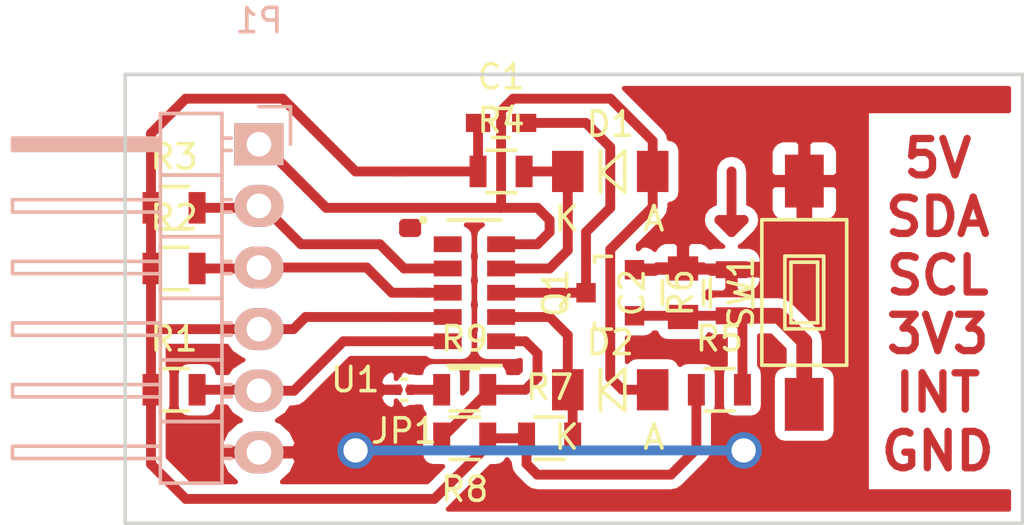
<source format=kicad_pcb>
(kicad_pcb (version 4) (host pcbnew 4.0.2-4+6225~38~ubuntu14.04.1-stable)

  (general
    (links 36)
    (no_connects 0)
    (area 132.924999 124.424999 170.075001 143.075001)
    (thickness 1.6)
    (drawings 5)
    (tracks 128)
    (zones 0)
    (modules 18)
    (nets 14)
  )

  (page A4)
  (layers
    (0 F.Cu signal)
    (31 B.Cu signal)
    (32 B.Adhes user)
    (33 F.Adhes user)
    (34 B.Paste user)
    (35 F.Paste user)
    (36 B.SilkS user)
    (37 F.SilkS user)
    (38 B.Mask user)
    (39 F.Mask user)
    (40 Dwgs.User user)
    (41 Cmts.User user)
    (42 Eco1.User user)
    (43 Eco2.User user)
    (44 Edge.Cuts user)
    (45 Margin user)
    (46 B.CrtYd user)
    (47 F.CrtYd user)
    (48 B.Fab user)
    (49 F.Fab user)
  )

  (setup
    (last_trace_width 0.4064)
    (user_trace_width 0.65)
    (trace_clearance 0.1)
    (zone_clearance 0.4)
    (zone_45_only no)
    (trace_min 0.2)
    (segment_width 0.2)
    (edge_width 0.15)
    (via_size 1.5)
    (via_drill 1)
    (via_min_size 0.4)
    (via_min_drill 0.3)
    (uvia_size 0.3)
    (uvia_drill 0.1)
    (uvias_allowed no)
    (uvia_min_size 0.2)
    (uvia_min_drill 0.1)
    (pcb_text_width 0.3)
    (pcb_text_size 1.5 1.5)
    (mod_edge_width 0.15)
    (mod_text_size 1 1)
    (mod_text_width 0.15)
    (pad_size 1 0.75)
    (pad_drill 0)
    (pad_to_mask_clearance 0.2)
    (aux_axis_origin 0 0)
    (visible_elements FFFFFF7F)
    (pcbplotparams
      (layerselection 0x00030_80000001)
      (usegerberextensions false)
      (excludeedgelayer true)
      (linewidth 0.100000)
      (plotframeref false)
      (viasonmask false)
      (mode 1)
      (useauxorigin false)
      (hpglpennumber 1)
      (hpglpenspeed 20)
      (hpglpendiameter 15)
      (hpglpenoverlay 2)
      (psnegative false)
      (psa4output false)
      (plotreference true)
      (plotvalue true)
      (plotinvisibletext false)
      (padsonsilk false)
      (subtractmaskfromsilk false)
      (outputformat 1)
      (mirror false)
      (drillshape 1)
      (scaleselection 1)
      (outputdirectory ""))
  )

  (net 0 "")
  (net 1 +3V3)
  (net 2 GND)
  (net 3 "Net-(C2-Pad1)")
  (net 4 "Net-(D1-Pad1)")
  (net 5 +5V)
  (net 6 "Net-(D2-Pad1)")
  (net 7 "Net-(JP1-Pad1)")
  (net 8 "Net-(P1-Pad2)")
  (net 9 "Net-(P1-Pad5)")
  (net 10 "Net-(R8-Pad2)")
  (net 11 "Net-(P1-Pad3)")
  (net 12 "Net-(U1-Pad1)")
  (net 13 "Net-(C1-Pad2)")

  (net_class Default "This is the default net class."
    (clearance 0.1)
    (trace_width 0.4064)
    (via_dia 1.5)
    (via_drill 1)
    (uvia_dia 0.3)
    (uvia_drill 0.1)
    (add_net +3V3)
    (add_net +5V)
    (add_net GND)
    (add_net "Net-(C1-Pad2)")
    (add_net "Net-(C2-Pad1)")
    (add_net "Net-(D1-Pad1)")
    (add_net "Net-(D2-Pad1)")
    (add_net "Net-(JP1-Pad1)")
    (add_net "Net-(P1-Pad2)")
    (add_net "Net-(P1-Pad3)")
    (add_net "Net-(P1-Pad5)")
    (add_net "Net-(R8-Pad2)")
    (add_net "Net-(U1-Pad1)")
  )

  (module Capacitors_SMD:C_0603_HandSoldering placed (layer F.Cu) (tedit 571E5A8D) (tstamp 571E495E)
    (at 257.5 143)
    (descr "Capacitor SMD 0603, hand soldering")
    (tags "capacitor 0603")
    (path /571E753C)
    (attr smd)
    (fp_text reference C1 (at 0 -1.9) (layer F.SilkS)
      (effects (font (size 1 1) (thickness 0.15)))
    )
    (fp_text value 100n (at 0 1.9) (layer F.Fab)
      (effects (font (size 1 1) (thickness 0.15)))
    )
    (fp_line (start -1.85 -0.75) (end 1.85 -0.75) (layer F.CrtYd) (width 0.05))
    (fp_line (start -1.85 0.75) (end 1.85 0.75) (layer F.CrtYd) (width 0.05))
    (fp_line (start -1.85 -0.75) (end -1.85 0.75) (layer F.CrtYd) (width 0.05))
    (fp_line (start 1.85 -0.75) (end 1.85 0.75) (layer F.CrtYd) (width 0.05))
    (fp_line (start -0.35 -0.6) (end 0.35 -0.6) (layer F.SilkS) (width 0.15))
    (fp_line (start 0.35 0.6) (end -0.35 0.6) (layer F.SilkS) (width 0.15))
    (pad 1 smd rect (at -0.95 0) (size 1 0.75) (layers F.Cu F.Paste F.Mask)
      (net 1 +3V3))
    (pad 2 smd rect (at 0.95 0) (size 1 0.75) (layers F.Cu F.Paste F.Mask)
      (net 13 "Net-(C1-Pad2)"))
    (model Capacitors_SMD.3dshapes/C_0603_HandSoldering.wrl
      (at (xyz 0 0 0))
      (scale (xyz 1 1 1))
      (rotate (xyz 0 0 0))
    )
  )

  (module Diodes_SMD:MiniMELF_Standard placed (layer F.Cu) (tedit 55364937) (tstamp 571E496A)
    (at 262 145)
    (descr "Diode Mini-MELF Standard")
    (tags "Diode Mini-MELF Standard")
    (path /571E4110)
    (attr smd)
    (fp_text reference D1 (at 0 -1.95) (layer F.SilkS)
      (effects (font (size 1 1) (thickness 0.15)))
    )
    (fp_text value LED (at 0 3.81) (layer F.Fab)
      (effects (font (size 1 1) (thickness 0.15)))
    )
    (fp_line (start -2.55 -1) (end 2.55 -1) (layer F.CrtYd) (width 0.05))
    (fp_line (start 2.55 -1) (end 2.55 1) (layer F.CrtYd) (width 0.05))
    (fp_line (start 2.55 1) (end -2.55 1) (layer F.CrtYd) (width 0.05))
    (fp_line (start -2.55 1) (end -2.55 -1) (layer F.CrtYd) (width 0.05))
    (fp_line (start -0.40024 0.0508) (end 0.60052 -0.85) (layer F.SilkS) (width 0.15))
    (fp_line (start 0.60052 -0.85) (end 0.60052 0.85) (layer F.SilkS) (width 0.15))
    (fp_line (start 0.60052 0.85) (end -0.40024 0) (layer F.SilkS) (width 0.15))
    (fp_line (start -0.40024 -0.85) (end -0.40024 0.85) (layer F.SilkS) (width 0.15))
    (fp_text user K (at -1.8 1.95) (layer F.SilkS)
      (effects (font (size 1 1) (thickness 0.15)))
    )
    (fp_text user A (at 1.8 1.95) (layer F.SilkS)
      (effects (font (size 1 1) (thickness 0.15)))
    )
    (fp_circle (center 0 0) (end 0 0.55118) (layer F.Adhes) (width 0.381))
    (fp_circle (center 0 0) (end 0 0.20066) (layer F.Adhes) (width 0.381))
    (pad 1 smd rect (at -1.75006 0) (size 1.30048 1.69926) (layers F.Cu F.Paste F.Mask)
      (net 4 "Net-(D1-Pad1)"))
    (pad 2 smd rect (at 1.75006 0) (size 1.30048 1.69926) (layers F.Cu F.Paste F.Mask)
      (net 5 +5V))
    (model Diodes_SMD.3dshapes/MiniMELF_Standard.wrl
      (at (xyz 0 0 0))
      (scale (xyz 0.3937 0.3937 0.3937))
      (rotate (xyz 0 0 0))
    )
  )

  (module Diodes_SMD:MiniMELF_Standard placed (layer F.Cu) (tedit 55364937) (tstamp 571E4970)
    (at 262 154)
    (descr "Diode Mini-MELF Standard")
    (tags "Diode Mini-MELF Standard")
    (path /571E43D5)
    (attr smd)
    (fp_text reference D2 (at 0 -1.95) (layer F.SilkS)
      (effects (font (size 1 1) (thickness 0.15)))
    )
    (fp_text value LED (at 0 3.81) (layer F.Fab)
      (effects (font (size 1 1) (thickness 0.15)))
    )
    (fp_line (start -2.55 -1) (end 2.55 -1) (layer F.CrtYd) (width 0.05))
    (fp_line (start 2.55 -1) (end 2.55 1) (layer F.CrtYd) (width 0.05))
    (fp_line (start 2.55 1) (end -2.55 1) (layer F.CrtYd) (width 0.05))
    (fp_line (start -2.55 1) (end -2.55 -1) (layer F.CrtYd) (width 0.05))
    (fp_line (start -0.40024 0.0508) (end 0.60052 -0.85) (layer F.SilkS) (width 0.15))
    (fp_line (start 0.60052 -0.85) (end 0.60052 0.85) (layer F.SilkS) (width 0.15))
    (fp_line (start 0.60052 0.85) (end -0.40024 0) (layer F.SilkS) (width 0.15))
    (fp_line (start -0.40024 -0.85) (end -0.40024 0.85) (layer F.SilkS) (width 0.15))
    (fp_text user K (at -1.8 1.95) (layer F.SilkS)
      (effects (font (size 1 1) (thickness 0.15)))
    )
    (fp_text user A (at 1.8 1.95) (layer F.SilkS)
      (effects (font (size 1 1) (thickness 0.15)))
    )
    (fp_circle (center 0 0) (end 0 0.55118) (layer F.Adhes) (width 0.381))
    (fp_circle (center 0 0) (end 0 0.20066) (layer F.Adhes) (width 0.381))
    (pad 1 smd rect (at -1.75006 0) (size 1.30048 1.69926) (layers F.Cu F.Paste F.Mask)
      (net 6 "Net-(D2-Pad1)"))
    (pad 2 smd rect (at 1.75006 0) (size 1.30048 1.69926) (layers F.Cu F.Paste F.Mask)
      (net 5 +5V))
    (model Diodes_SMD.3dshapes/MiniMELF_Standard.wrl
      (at (xyz 0 0 0))
      (scale (xyz 0.3937 0.3937 0.3937))
      (rotate (xyz 0 0 0))
    )
  )

  (module Resistors_SMD:R_0201 placed (layer F.Cu) (tedit 571E52C5) (tstamp 571E4976)
    (at 253.5 154 180)
    (descr "Resistor SMD 0201, reflow soldering, Vishay (see crcw0201e3.pdf)")
    (tags "resistor 0201")
    (path /571E5032)
    (attr smd)
    (fp_text reference JP1 (at 0 -1.7 180) (layer F.SilkS)
      (effects (font (size 1 1) (thickness 0.15)))
    )
    (fp_text value Jumper_NO_Small (at 0 1.7 180) (layer F.Fab)
      (effects (font (size 1 1) (thickness 0.15)))
    )
    (fp_line (start -0.65 -0.55) (end 0.65 -0.55) (layer F.CrtYd) (width 0.05))
    (fp_line (start -0.65 0.55) (end 0.65 0.55) (layer F.CrtYd) (width 0.05))
    (fp_line (start -0.65 -0.55) (end -0.65 0.55) (layer F.CrtYd) (width 0.05))
    (fp_line (start 0.65 -0.55) (end 0.65 0.55) (layer F.CrtYd) (width 0.05))
    (fp_line (start 0.115 -0.44) (end -0.115 -0.44) (layer F.SilkS) (width 0.15))
    (fp_line (start -0.115 0.44) (end 0.115 0.44) (layer F.SilkS) (width 0.15))
    (pad 1 smd rect (at -0.255 0 180) (size 0.28 0.43) (layers F.Cu F.Paste F.Mask)
      (net 7 "Net-(JP1-Pad1)"))
    (pad 2 smd rect (at 0.255 0 180) (size 0.28 0.43) (layers F.Cu F.Paste F.Mask)
      (net 2 GND))
    (model Resistors_SMD.3dshapes/R_0201.wrl
      (at (xyz 0 0 0))
      (scale (xyz 1 1 1))
      (rotate (xyz 0 0 0))
    )
  )

  (module Pin_Headers:Pin_Header_Angled_1x06 placed (layer B.Cu) (tedit 0) (tstamp 571E4980)
    (at 247.517638 143.88 180)
    (descr "Through hole pin header")
    (tags "pin header")
    (path /571EDB14)
    (fp_text reference P1 (at 0 5.1 180) (layer B.SilkS)
      (effects (font (size 1 1) (thickness 0.15)) (justify mirror))
    )
    (fp_text value CONN_01X06 (at 0 3.1 180) (layer B.Fab)
      (effects (font (size 1 1) (thickness 0.15)) (justify mirror))
    )
    (fp_line (start -1.5 1.75) (end -1.5 -14.45) (layer B.CrtYd) (width 0.05))
    (fp_line (start 10.65 1.75) (end 10.65 -14.45) (layer B.CrtYd) (width 0.05))
    (fp_line (start -1.5 1.75) (end 10.65 1.75) (layer B.CrtYd) (width 0.05))
    (fp_line (start -1.5 -14.45) (end 10.65 -14.45) (layer B.CrtYd) (width 0.05))
    (fp_line (start -1.3 1.55) (end -1.3 0) (layer B.SilkS) (width 0.15))
    (fp_line (start 0 1.55) (end -1.3 1.55) (layer B.SilkS) (width 0.15))
    (fp_line (start 4.191 0.127) (end 10.033 0.127) (layer B.SilkS) (width 0.15))
    (fp_line (start 10.033 0.127) (end 10.033 -0.127) (layer B.SilkS) (width 0.15))
    (fp_line (start 10.033 -0.127) (end 4.191 -0.127) (layer B.SilkS) (width 0.15))
    (fp_line (start 4.191 -0.127) (end 4.191 0) (layer B.SilkS) (width 0.15))
    (fp_line (start 4.191 0) (end 10.033 0) (layer B.SilkS) (width 0.15))
    (fp_line (start 1.524 0.254) (end 1.143 0.254) (layer B.SilkS) (width 0.15))
    (fp_line (start 1.524 -0.254) (end 1.143 -0.254) (layer B.SilkS) (width 0.15))
    (fp_line (start 1.524 -2.286) (end 1.143 -2.286) (layer B.SilkS) (width 0.15))
    (fp_line (start 1.524 -2.794) (end 1.143 -2.794) (layer B.SilkS) (width 0.15))
    (fp_line (start 1.524 -4.826) (end 1.143 -4.826) (layer B.SilkS) (width 0.15))
    (fp_line (start 1.524 -5.334) (end 1.143 -5.334) (layer B.SilkS) (width 0.15))
    (fp_line (start 1.524 -12.954) (end 1.143 -12.954) (layer B.SilkS) (width 0.15))
    (fp_line (start 1.524 -12.446) (end 1.143 -12.446) (layer B.SilkS) (width 0.15))
    (fp_line (start 1.524 -10.414) (end 1.143 -10.414) (layer B.SilkS) (width 0.15))
    (fp_line (start 1.524 -9.906) (end 1.143 -9.906) (layer B.SilkS) (width 0.15))
    (fp_line (start 1.524 -7.874) (end 1.143 -7.874) (layer B.SilkS) (width 0.15))
    (fp_line (start 1.524 -7.366) (end 1.143 -7.366) (layer B.SilkS) (width 0.15))
    (fp_line (start 1.524 1.27) (end 4.064 1.27) (layer B.SilkS) (width 0.15))
    (fp_line (start 1.524 -1.27) (end 4.064 -1.27) (layer B.SilkS) (width 0.15))
    (fp_line (start 1.524 -1.27) (end 1.524 -3.81) (layer B.SilkS) (width 0.15))
    (fp_line (start 1.524 -3.81) (end 4.064 -3.81) (layer B.SilkS) (width 0.15))
    (fp_line (start 4.064 -2.286) (end 10.16 -2.286) (layer B.SilkS) (width 0.15))
    (fp_line (start 10.16 -2.286) (end 10.16 -2.794) (layer B.SilkS) (width 0.15))
    (fp_line (start 10.16 -2.794) (end 4.064 -2.794) (layer B.SilkS) (width 0.15))
    (fp_line (start 4.064 -3.81) (end 4.064 -1.27) (layer B.SilkS) (width 0.15))
    (fp_line (start 4.064 -1.27) (end 4.064 1.27) (layer B.SilkS) (width 0.15))
    (fp_line (start 10.16 -0.254) (end 4.064 -0.254) (layer B.SilkS) (width 0.15))
    (fp_line (start 10.16 0.254) (end 10.16 -0.254) (layer B.SilkS) (width 0.15))
    (fp_line (start 4.064 0.254) (end 10.16 0.254) (layer B.SilkS) (width 0.15))
    (fp_line (start 1.524 -1.27) (end 4.064 -1.27) (layer B.SilkS) (width 0.15))
    (fp_line (start 1.524 1.27) (end 1.524 -1.27) (layer B.SilkS) (width 0.15))
    (fp_line (start 1.524 -8.89) (end 4.064 -8.89) (layer B.SilkS) (width 0.15))
    (fp_line (start 1.524 -8.89) (end 1.524 -11.43) (layer B.SilkS) (width 0.15))
    (fp_line (start 1.524 -11.43) (end 4.064 -11.43) (layer B.SilkS) (width 0.15))
    (fp_line (start 4.064 -9.906) (end 10.16 -9.906) (layer B.SilkS) (width 0.15))
    (fp_line (start 10.16 -9.906) (end 10.16 -10.414) (layer B.SilkS) (width 0.15))
    (fp_line (start 10.16 -10.414) (end 4.064 -10.414) (layer B.SilkS) (width 0.15))
    (fp_line (start 4.064 -11.43) (end 4.064 -8.89) (layer B.SilkS) (width 0.15))
    (fp_line (start 4.064 -13.97) (end 4.064 -11.43) (layer B.SilkS) (width 0.15))
    (fp_line (start 10.16 -12.954) (end 4.064 -12.954) (layer B.SilkS) (width 0.15))
    (fp_line (start 10.16 -12.446) (end 10.16 -12.954) (layer B.SilkS) (width 0.15))
    (fp_line (start 4.064 -12.446) (end 10.16 -12.446) (layer B.SilkS) (width 0.15))
    (fp_line (start 1.524 -13.97) (end 4.064 -13.97) (layer B.SilkS) (width 0.15))
    (fp_line (start 1.524 -11.43) (end 1.524 -13.97) (layer B.SilkS) (width 0.15))
    (fp_line (start 1.524 -11.43) (end 4.064 -11.43) (layer B.SilkS) (width 0.15))
    (fp_line (start 1.524 -6.35) (end 4.064 -6.35) (layer B.SilkS) (width 0.15))
    (fp_line (start 1.524 -6.35) (end 1.524 -8.89) (layer B.SilkS) (width 0.15))
    (fp_line (start 1.524 -8.89) (end 4.064 -8.89) (layer B.SilkS) (width 0.15))
    (fp_line (start 4.064 -7.366) (end 10.16 -7.366) (layer B.SilkS) (width 0.15))
    (fp_line (start 10.16 -7.366) (end 10.16 -7.874) (layer B.SilkS) (width 0.15))
    (fp_line (start 10.16 -7.874) (end 4.064 -7.874) (layer B.SilkS) (width 0.15))
    (fp_line (start 4.064 -8.89) (end 4.064 -6.35) (layer B.SilkS) (width 0.15))
    (fp_line (start 4.064 -6.35) (end 4.064 -3.81) (layer B.SilkS) (width 0.15))
    (fp_line (start 10.16 -5.334) (end 4.064 -5.334) (layer B.SilkS) (width 0.15))
    (fp_line (start 10.16 -4.826) (end 10.16 -5.334) (layer B.SilkS) (width 0.15))
    (fp_line (start 4.064 -4.826) (end 10.16 -4.826) (layer B.SilkS) (width 0.15))
    (fp_line (start 1.524 -6.35) (end 4.064 -6.35) (layer B.SilkS) (width 0.15))
    (fp_line (start 1.524 -3.81) (end 1.524 -6.35) (layer B.SilkS) (width 0.15))
    (fp_line (start 1.524 -3.81) (end 4.064 -3.81) (layer B.SilkS) (width 0.15))
    (pad 1 thru_hole rect (at 0 0 180) (size 2.032 1.7272) (drill 1.016) (layers *.Cu *.Mask B.SilkS)
      (net 5 +5V))
    (pad 2 thru_hole oval (at 0 -2.54 180) (size 2.032 1.7272) (drill 1.016) (layers *.Cu *.Mask B.SilkS)
      (net 8 "Net-(P1-Pad2)"))
    (pad 3 thru_hole oval (at 0 -5.08 180) (size 2.032 1.7272) (drill 1.016) (layers *.Cu *.Mask B.SilkS)
      (net 11 "Net-(P1-Pad3)"))
    (pad 4 thru_hole oval (at 0 -7.62 180) (size 2.032 1.7272) (drill 1.016) (layers *.Cu *.Mask B.SilkS)
      (net 1 +3V3))
    (pad 5 thru_hole oval (at 0 -10.16 180) (size 2.032 1.7272) (drill 1.016) (layers *.Cu *.Mask B.SilkS)
      (net 9 "Net-(P1-Pad5)"))
    (pad 6 thru_hole oval (at 0 -12.7 180) (size 2.032 1.7272) (drill 1.016) (layers *.Cu *.Mask B.SilkS)
      (net 2 GND))
    (model Pin_Headers.3dshapes/Pin_Header_Angled_1x06.wrl
      (at (xyz 0 -0.25 0))
      (scale (xyz 1 1 1))
      (rotate (xyz 0 0 90))
    )
  )

  (module TO_SOT_Packages_SMD:SOT-23 placed (layer F.Cu) (tedit 553634F8) (tstamp 571E4987)
    (at 262 150 90)
    (descr "SOT-23, Standard")
    (tags SOT-23)
    (path /571E3E75)
    (attr smd)
    (fp_text reference Q1 (at 0 -2.25 90) (layer F.SilkS)
      (effects (font (size 1 1) (thickness 0.15)))
    )
    (fp_text value 2N7002 (at 0 2.3 90) (layer F.Fab)
      (effects (font (size 1 1) (thickness 0.15)))
    )
    (fp_line (start -1.65 -1.6) (end 1.65 -1.6) (layer F.CrtYd) (width 0.05))
    (fp_line (start 1.65 -1.6) (end 1.65 1.6) (layer F.CrtYd) (width 0.05))
    (fp_line (start 1.65 1.6) (end -1.65 1.6) (layer F.CrtYd) (width 0.05))
    (fp_line (start -1.65 1.6) (end -1.65 -1.6) (layer F.CrtYd) (width 0.05))
    (fp_line (start 1.29916 -0.65024) (end 1.2509 -0.65024) (layer F.SilkS) (width 0.15))
    (fp_line (start -1.49982 0.0508) (end -1.49982 -0.65024) (layer F.SilkS) (width 0.15))
    (fp_line (start -1.49982 -0.65024) (end -1.2509 -0.65024) (layer F.SilkS) (width 0.15))
    (fp_line (start 1.29916 -0.65024) (end 1.49982 -0.65024) (layer F.SilkS) (width 0.15))
    (fp_line (start 1.49982 -0.65024) (end 1.49982 0.0508) (layer F.SilkS) (width 0.15))
    (pad 1 smd rect (at -0.95 1.00076 90) (size 0.8001 0.8001) (layers F.Cu F.Paste F.Mask)
      (net 3 "Net-(C2-Pad1)"))
    (pad 2 smd rect (at 0.95 1.00076 90) (size 0.8001 0.8001) (layers F.Cu F.Paste F.Mask)
      (net 2 GND))
    (pad 3 smd rect (at 0 -0.99822 90) (size 0.8001 0.8001) (layers F.Cu F.Paste F.Mask)
      (net 13 "Net-(C1-Pad2)"))
    (model TO_SOT_Packages_SMD.3dshapes/SOT-23.wrl
      (at (xyz 0 0 0))
      (scale (xyz 1 1 1))
      (rotate (xyz 0 0 0))
    )
  )

  (module Resistors_SMD:R_0805 placed (layer F.Cu) (tedit 5415CDEB) (tstamp 571E498D)
    (at 244.017638 154)
    (descr "Resistor SMD 0805, reflow soldering, Vishay (see dcrcw.pdf)")
    (tags "resistor 0805")
    (path /571E6E00)
    (attr smd)
    (fp_text reference R1 (at 0 -2.1) (layer F.SilkS)
      (effects (font (size 1 1) (thickness 0.15)))
    )
    (fp_text value 4k7 (at 0 2.1) (layer F.Fab)
      (effects (font (size 1 1) (thickness 0.15)))
    )
    (fp_line (start -1.6 -1) (end 1.6 -1) (layer F.CrtYd) (width 0.05))
    (fp_line (start -1.6 1) (end 1.6 1) (layer F.CrtYd) (width 0.05))
    (fp_line (start -1.6 -1) (end -1.6 1) (layer F.CrtYd) (width 0.05))
    (fp_line (start 1.6 -1) (end 1.6 1) (layer F.CrtYd) (width 0.05))
    (fp_line (start 0.6 0.875) (end -0.6 0.875) (layer F.SilkS) (width 0.15))
    (fp_line (start -0.6 -0.875) (end 0.6 -0.875) (layer F.SilkS) (width 0.15))
    (pad 1 smd rect (at -0.95 0) (size 0.7 1.3) (layers F.Cu F.Paste F.Mask)
      (net 1 +3V3))
    (pad 2 smd rect (at 0.95 0) (size 0.7 1.3) (layers F.Cu F.Paste F.Mask)
      (net 9 "Net-(P1-Pad5)"))
    (model Resistors_SMD.3dshapes/R_0805.wrl
      (at (xyz 0 0 0))
      (scale (xyz 1 1 1))
      (rotate (xyz 0 0 0))
    )
  )

  (module Resistors_SMD:R_0805 placed (layer F.Cu) (tedit 5415CDEB) (tstamp 571E4993)
    (at 244.017638 149)
    (descr "Resistor SMD 0805, reflow soldering, Vishay (see dcrcw.pdf)")
    (tags "resistor 0805")
    (path /571E6A36)
    (attr smd)
    (fp_text reference R2 (at 0 -2.1) (layer F.SilkS)
      (effects (font (size 1 1) (thickness 0.15)))
    )
    (fp_text value 4k7 (at 0 2.1) (layer F.Fab)
      (effects (font (size 1 1) (thickness 0.15)))
    )
    (fp_line (start -1.6 -1) (end 1.6 -1) (layer F.CrtYd) (width 0.05))
    (fp_line (start -1.6 1) (end 1.6 1) (layer F.CrtYd) (width 0.05))
    (fp_line (start -1.6 -1) (end -1.6 1) (layer F.CrtYd) (width 0.05))
    (fp_line (start 1.6 -1) (end 1.6 1) (layer F.CrtYd) (width 0.05))
    (fp_line (start 0.6 0.875) (end -0.6 0.875) (layer F.SilkS) (width 0.15))
    (fp_line (start -0.6 -0.875) (end 0.6 -0.875) (layer F.SilkS) (width 0.15))
    (pad 1 smd rect (at -0.95 0) (size 0.7 1.3) (layers F.Cu F.Paste F.Mask)
      (net 1 +3V3))
    (pad 2 smd rect (at 0.95 0) (size 0.7 1.3) (layers F.Cu F.Paste F.Mask)
      (net 11 "Net-(P1-Pad3)"))
    (model Resistors_SMD.3dshapes/R_0805.wrl
      (at (xyz 0 0 0))
      (scale (xyz 1 1 1))
      (rotate (xyz 0 0 0))
    )
  )

  (module Resistors_SMD:R_0805 placed (layer F.Cu) (tedit 5415CDEB) (tstamp 571E4999)
    (at 244.017638 146.5)
    (descr "Resistor SMD 0805, reflow soldering, Vishay (see dcrcw.pdf)")
    (tags "resistor 0805")
    (path /571E69CD)
    (attr smd)
    (fp_text reference R3 (at 0 -2.1) (layer F.SilkS)
      (effects (font (size 1 1) (thickness 0.15)))
    )
    (fp_text value 4k7 (at 0 2.1) (layer F.Fab)
      (effects (font (size 1 1) (thickness 0.15)))
    )
    (fp_line (start -1.6 -1) (end 1.6 -1) (layer F.CrtYd) (width 0.05))
    (fp_line (start -1.6 1) (end 1.6 1) (layer F.CrtYd) (width 0.05))
    (fp_line (start -1.6 -1) (end -1.6 1) (layer F.CrtYd) (width 0.05))
    (fp_line (start 1.6 -1) (end 1.6 1) (layer F.CrtYd) (width 0.05))
    (fp_line (start 0.6 0.875) (end -0.6 0.875) (layer F.SilkS) (width 0.15))
    (fp_line (start -0.6 -0.875) (end 0.6 -0.875) (layer F.SilkS) (width 0.15))
    (pad 1 smd rect (at -0.95 0) (size 0.7 1.3) (layers F.Cu F.Paste F.Mask)
      (net 1 +3V3))
    (pad 2 smd rect (at 0.95 0) (size 0.7 1.3) (layers F.Cu F.Paste F.Mask)
      (net 8 "Net-(P1-Pad2)"))
    (model Resistors_SMD.3dshapes/R_0805.wrl
      (at (xyz 0 0 0))
      (scale (xyz 1 1 1))
      (rotate (xyz 0 0 0))
    )
  )

  (module Resistors_SMD:R_0805 placed (layer F.Cu) (tedit 5415CDEB) (tstamp 571E499F)
    (at 257.5 145)
    (descr "Resistor SMD 0805, reflow soldering, Vishay (see dcrcw.pdf)")
    (tags "resistor 0805")
    (path /571E4266)
    (attr smd)
    (fp_text reference R4 (at 0 -2.1) (layer F.SilkS)
      (effects (font (size 1 1) (thickness 0.15)))
    )
    (fp_text value 100k (at 0 2.1) (layer F.Fab)
      (effects (font (size 1 1) (thickness 0.15)))
    )
    (fp_line (start -1.6 -1) (end 1.6 -1) (layer F.CrtYd) (width 0.05))
    (fp_line (start -1.6 1) (end 1.6 1) (layer F.CrtYd) (width 0.05))
    (fp_line (start -1.6 -1) (end -1.6 1) (layer F.CrtYd) (width 0.05))
    (fp_line (start 1.6 -1) (end 1.6 1) (layer F.CrtYd) (width 0.05))
    (fp_line (start 0.6 0.875) (end -0.6 0.875) (layer F.SilkS) (width 0.15))
    (fp_line (start -0.6 -0.875) (end 0.6 -0.875) (layer F.SilkS) (width 0.15))
    (pad 1 smd rect (at -0.95 0) (size 0.7 1.3) (layers F.Cu F.Paste F.Mask)
      (net 1 +3V3))
    (pad 2 smd rect (at 0.95 0) (size 0.7 1.3) (layers F.Cu F.Paste F.Mask)
      (net 4 "Net-(D1-Pad1)"))
    (model Resistors_SMD.3dshapes/R_0805.wrl
      (at (xyz 0 0 0))
      (scale (xyz 1 1 1))
      (rotate (xyz 0 0 0))
    )
  )

  (module Resistors_SMD:R_0805 placed (layer F.Cu) (tedit 5415CDEB) (tstamp 571E49A5)
    (at 266.5 154)
    (descr "Resistor SMD 0805, reflow soldering, Vishay (see dcrcw.pdf)")
    (tags "resistor 0805")
    (path /571E5FCC)
    (attr smd)
    (fp_text reference R5 (at 0 -2.1) (layer F.SilkS)
      (effects (font (size 1 1) (thickness 0.15)))
    )
    (fp_text value 100k (at 0 2.1) (layer F.Fab)
      (effects (font (size 1 1) (thickness 0.15)))
    )
    (fp_line (start -1.6 -1) (end 1.6 -1) (layer F.CrtYd) (width 0.05))
    (fp_line (start -1.6 1) (end 1.6 1) (layer F.CrtYd) (width 0.05))
    (fp_line (start -1.6 -1) (end -1.6 1) (layer F.CrtYd) (width 0.05))
    (fp_line (start 1.6 -1) (end 1.6 1) (layer F.CrtYd) (width 0.05))
    (fp_line (start 0.6 0.875) (end -0.6 0.875) (layer F.SilkS) (width 0.15))
    (fp_line (start -0.6 -0.875) (end 0.6 -0.875) (layer F.SilkS) (width 0.15))
    (pad 1 smd rect (at -0.95 0) (size 0.7 1.3) (layers F.Cu F.Paste F.Mask)
      (net 1 +3V3))
    (pad 2 smd rect (at 0.95 0) (size 0.7 1.3) (layers F.Cu F.Paste F.Mask)
      (net 3 "Net-(C2-Pad1)"))
    (model Resistors_SMD.3dshapes/R_0805.wrl
      (at (xyz 0 0 0))
      (scale (xyz 1 1 1))
      (rotate (xyz 0 0 0))
    )
  )

  (module Resistors_SMD:R_0805 placed (layer F.Cu) (tedit 5415CDEB) (tstamp 571E49AB)
    (at 267 150 90)
    (descr "Resistor SMD 0805, reflow soldering, Vishay (see dcrcw.pdf)")
    (tags "resistor 0805")
    (path /571EA23E)
    (attr smd)
    (fp_text reference R6 (at 0 -2.1 90) (layer F.SilkS)
      (effects (font (size 1 1) (thickness 0.15)))
    )
    (fp_text value 1M (at 0 2.1 90) (layer F.Fab)
      (effects (font (size 1 1) (thickness 0.15)))
    )
    (fp_line (start -1.6 -1) (end 1.6 -1) (layer F.CrtYd) (width 0.05))
    (fp_line (start -1.6 1) (end 1.6 1) (layer F.CrtYd) (width 0.05))
    (fp_line (start -1.6 -1) (end -1.6 1) (layer F.CrtYd) (width 0.05))
    (fp_line (start 1.6 -1) (end 1.6 1) (layer F.CrtYd) (width 0.05))
    (fp_line (start 0.6 0.875) (end -0.6 0.875) (layer F.SilkS) (width 0.15))
    (fp_line (start -0.6 -0.875) (end 0.6 -0.875) (layer F.SilkS) (width 0.15))
    (pad 1 smd rect (at -0.95 0 90) (size 0.7 1.3) (layers F.Cu F.Paste F.Mask)
      (net 3 "Net-(C2-Pad1)"))
    (pad 2 smd rect (at 0.95 0 90) (size 0.7 1.3) (layers F.Cu F.Paste F.Mask)
      (net 2 GND))
    (model Resistors_SMD.3dshapes/R_0805.wrl
      (at (xyz 0 0 0))
      (scale (xyz 1 1 1))
      (rotate (xyz 0 0 0))
    )
  )

  (module Resistors_SMD:R_0805 placed (layer F.Cu) (tedit 5415CDEB) (tstamp 571E49B1)
    (at 259.5 156)
    (descr "Resistor SMD 0805, reflow soldering, Vishay (see dcrcw.pdf)")
    (tags "resistor 0805")
    (path /571E65AC)
    (attr smd)
    (fp_text reference R7 (at 0 -2.1) (layer F.SilkS)
      (effects (font (size 1 1) (thickness 0.15)))
    )
    (fp_text value 100k (at 0 2.1) (layer F.Fab)
      (effects (font (size 1 1) (thickness 0.15)))
    )
    (fp_line (start -1.6 -1) (end 1.6 -1) (layer F.CrtYd) (width 0.05))
    (fp_line (start -1.6 1) (end 1.6 1) (layer F.CrtYd) (width 0.05))
    (fp_line (start -1.6 -1) (end -1.6 1) (layer F.CrtYd) (width 0.05))
    (fp_line (start 1.6 -1) (end 1.6 1) (layer F.CrtYd) (width 0.05))
    (fp_line (start 0.6 0.875) (end -0.6 0.875) (layer F.SilkS) (width 0.15))
    (fp_line (start -0.6 -0.875) (end 0.6 -0.875) (layer F.SilkS) (width 0.15))
    (pad 1 smd rect (at -0.95 0) (size 0.7 1.3) (layers F.Cu F.Paste F.Mask)
      (net 1 +3V3))
    (pad 2 smd rect (at 0.95 0) (size 0.7 1.3) (layers F.Cu F.Paste F.Mask)
      (net 6 "Net-(D2-Pad1)"))
    (model Resistors_SMD.3dshapes/R_0805.wrl
      (at (xyz 0 0 0))
      (scale (xyz 1 1 1))
      (rotate (xyz 0 0 0))
    )
  )

  (module Resistors_SMD:R_0805 placed (layer F.Cu) (tedit 5415CDEB) (tstamp 571E49B7)
    (at 256 156 180)
    (descr "Resistor SMD 0805, reflow soldering, Vishay (see dcrcw.pdf)")
    (tags "resistor 0805")
    (path /571E65F7)
    (attr smd)
    (fp_text reference R8 (at 0 -2.1 180) (layer F.SilkS)
      (effects (font (size 1 1) (thickness 0.15)))
    )
    (fp_text value 100k (at 0 2.1 180) (layer F.Fab)
      (effects (font (size 1 1) (thickness 0.15)))
    )
    (fp_line (start -1.6 -1) (end 1.6 -1) (layer F.CrtYd) (width 0.05))
    (fp_line (start -1.6 1) (end 1.6 1) (layer F.CrtYd) (width 0.05))
    (fp_line (start -1.6 -1) (end -1.6 1) (layer F.CrtYd) (width 0.05))
    (fp_line (start 1.6 -1) (end 1.6 1) (layer F.CrtYd) (width 0.05))
    (fp_line (start 0.6 0.875) (end -0.6 0.875) (layer F.SilkS) (width 0.15))
    (fp_line (start -0.6 -0.875) (end 0.6 -0.875) (layer F.SilkS) (width 0.15))
    (pad 1 smd rect (at -0.95 0 180) (size 0.7 1.3) (layers F.Cu F.Paste F.Mask)
      (net 1 +3V3))
    (pad 2 smd rect (at 0.95 0 180) (size 0.7 1.3) (layers F.Cu F.Paste F.Mask)
      (net 10 "Net-(R8-Pad2)"))
    (model Resistors_SMD.3dshapes/R_0805.wrl
      (at (xyz 0 0 0))
      (scale (xyz 1 1 1))
      (rotate (xyz 0 0 0))
    )
  )

  (module Resistors_SMD:R_0805 placed (layer F.Cu) (tedit 5415CDEB) (tstamp 571E49BD)
    (at 256 154)
    (descr "Resistor SMD 0805, reflow soldering, Vishay (see dcrcw.pdf)")
    (tags "resistor 0805")
    (path /571E8617)
    (attr smd)
    (fp_text reference R9 (at 0 -2.1) (layer F.SilkS)
      (effects (font (size 1 1) (thickness 0.15)))
    )
    (fp_text value 100k (at 0 2.1) (layer F.Fab)
      (effects (font (size 1 1) (thickness 0.15)))
    )
    (fp_line (start -1.6 -1) (end 1.6 -1) (layer F.CrtYd) (width 0.05))
    (fp_line (start -1.6 1) (end 1.6 1) (layer F.CrtYd) (width 0.05))
    (fp_line (start -1.6 -1) (end -1.6 1) (layer F.CrtYd) (width 0.05))
    (fp_line (start 1.6 -1) (end 1.6 1) (layer F.CrtYd) (width 0.05))
    (fp_line (start 0.6 0.875) (end -0.6 0.875) (layer F.SilkS) (width 0.15))
    (fp_line (start -0.6 -0.875) (end 0.6 -0.875) (layer F.SilkS) (width 0.15))
    (pad 1 smd rect (at -0.95 0) (size 0.7 1.3) (layers F.Cu F.Paste F.Mask)
      (net 7 "Net-(JP1-Pad1)"))
    (pad 2 smd rect (at 0.95 0) (size 0.7 1.3) (layers F.Cu F.Paste F.Mask)
      (net 10 "Net-(R8-Pad2)"))
    (model Resistors_SMD.3dshapes/R_0805.wrl
      (at (xyz 0 0 0))
      (scale (xyz 1 1 1))
      (rotate (xyz 0 0 0))
    )
  )

  (module Buttons_Switches_SMD:SW_SPST_FSMSM placed (layer F.Cu) (tedit 555C8B1B) (tstamp 571E49C3)
    (at 270 150 90)
    (descr http://www.te.com/commerce/DocumentDelivery/DDEController?Action=srchrtrv&DocNm=1437566-3&DocType=Customer+Drawing&DocLang=English)
    (tags "SPST button tactile switch")
    (path /571E9BA9)
    (attr smd)
    (fp_text reference SW1 (at 0.01011 -2.60022 90) (layer F.SilkS)
      (effects (font (size 1 1) (thickness 0.15)))
    )
    (fp_text value SW_PUSH (at 0.01011 -0.00022 90) (layer F.Fab)
      (effects (font (size 1 1) (thickness 0.15)))
    )
    (fp_line (start -1.23989 -0.55022) (end 1.26011 -0.55022) (layer F.SilkS) (width 0.15))
    (fp_line (start 1.26011 -0.55022) (end 1.26011 0.54978) (layer F.SilkS) (width 0.15))
    (fp_line (start 1.26011 0.54978) (end -1.23989 0.54978) (layer F.SilkS) (width 0.15))
    (fp_line (start -1.23989 0.54978) (end -1.23989 -0.55022) (layer F.SilkS) (width 0.15))
    (fp_line (start -1.48989 0.79978) (end 1.51011 0.79978) (layer F.SilkS) (width 0.15))
    (fp_line (start -1.48989 -0.80022) (end 1.51011 -0.80022) (layer F.SilkS) (width 0.15))
    (fp_line (start 1.51011 -0.80022) (end 1.51011 0.79978) (layer F.SilkS) (width 0.15))
    (fp_line (start -1.48989 -0.80022) (end -1.48989 0.79978) (layer F.SilkS) (width 0.15))
    (fp_line (start -5.95 2) (end 5.95 2) (layer F.CrtYd) (width 0.05))
    (fp_line (start 5.95 -2) (end 5.95 2) (layer F.CrtYd) (width 0.05))
    (fp_line (start -2.98989 1.74978) (end 3.01011 1.74978) (layer F.SilkS) (width 0.15))
    (fp_line (start -2.98989 -1.75022) (end 3.01011 -1.75022) (layer F.SilkS) (width 0.15))
    (fp_line (start -2.98989 -1.75022) (end -2.98989 1.74978) (layer F.SilkS) (width 0.15))
    (fp_line (start 3.01011 -1.75022) (end 3.01011 1.74978) (layer F.SilkS) (width 0.15))
    (fp_line (start -5.95 -2) (end -5.95 2) (layer F.CrtYd) (width 0.05))
    (fp_line (start -5.95 -2) (end 5.95 -2) (layer F.CrtYd) (width 0.05))
    (pad 1 smd rect (at -4.60243 -0.00232 90) (size 2.18 1.6) (layers F.Cu F.Paste F.Mask)
      (net 3 "Net-(C2-Pad1)"))
    (pad 2 smd rect (at 4.60243 0.00232 90) (size 2.18 1.6) (layers F.Cu F.Paste F.Mask)
      (net 2 GND))
  )

  (module libraries:LGA10 placed (layer F.Cu) (tedit 571E47EE) (tstamp 571E49D1)
    (at 255.3 148)
    (path /571E54EF)
    (fp_text reference U1 (at -3.81 5.58) (layer F.SilkS)
      (effects (font (size 1 1) (thickness 0.15)))
    )
    (fp_text value Si1153 (at -3.81 4.58) (layer F.Fab)
      (effects (font (size 1 1) (thickness 0.15)))
    )
    (fp_circle (center -1 -1) (end -0.9 -1) (layer F.SilkS) (width 0.15))
    (fp_line (start 0 5) (end 2.2 5) (layer F.SilkS) (width 0.15))
    (fp_line (start 0 -1) (end 2.2 -1) (layer F.SilkS) (width 0.15))
    (pad 1 smd rect (at 0 0) (size 1.15 0.65) (layers F.Cu F.Paste F.Mask)
      (net 12 "Net-(U1-Pad1)"))
    (pad 2 smd rect (at 0 1) (size 1.15 0.65) (layers F.Cu F.Paste F.Mask)
      (net 8 "Net-(P1-Pad2)"))
    (pad 3 smd rect (at 0 2) (size 1.15 0.65) (layers F.Cu F.Paste F.Mask)
      (net 11 "Net-(P1-Pad3)"))
    (pad 4 smd rect (at 0 3) (size 1.15 0.65) (layers F.Cu F.Paste F.Mask)
      (net 1 +3V3))
    (pad 5 smd rect (at 0 4) (size 1.15 0.65) (layers F.Cu F.Paste F.Mask)
      (net 9 "Net-(P1-Pad5)"))
    (pad 6 smd rect (at 2.2 4) (size 1.15 0.65) (layers F.Cu F.Paste F.Mask)
      (net 10 "Net-(R8-Pad2)"))
    (pad 7 smd rect (at 2.2 3) (size 1.15 0.65) (layers F.Cu F.Paste F.Mask)
      (net 6 "Net-(D2-Pad1)"))
    (pad 8 smd rect (at 2.2 2) (size 1.15 0.65) (layers F.Cu F.Paste F.Mask)
      (net 13 "Net-(C1-Pad2)"))
    (pad 9 smd rect (at 2.2 1) (size 1.15 0.65) (layers F.Cu F.Paste F.Mask)
      (net 4 "Net-(D1-Pad1)"))
    (pad 10 smd rect (at 2.2 0) (size 1.15 0.65) (layers F.Cu F.Paste F.Mask)
      (net 5 +5V))
  )

  (module Capacitors_SMD:C_0805 (layer F.Cu) (tedit 5415D6EA) (tstamp 571E4964)
    (at 265 150 90)
    (descr "Capacitor SMD 0805, reflow soldering, AVX (see smccp.pdf)")
    (tags "capacitor 0805")
    (path /571E591A)
    (attr smd)
    (fp_text reference C2 (at 0 -2.1 90) (layer F.SilkS)
      (effects (font (size 1 1) (thickness 0.15)))
    )
    (fp_text value 1u (at 0 2.1 90) (layer F.Fab)
      (effects (font (size 1 1) (thickness 0.15)))
    )
    (fp_line (start -1.8 -1) (end 1.8 -1) (layer F.CrtYd) (width 0.05))
    (fp_line (start -1.8 1) (end 1.8 1) (layer F.CrtYd) (width 0.05))
    (fp_line (start -1.8 -1) (end -1.8 1) (layer F.CrtYd) (width 0.05))
    (fp_line (start 1.8 -1) (end 1.8 1) (layer F.CrtYd) (width 0.05))
    (fp_line (start 0.5 -0.85) (end -0.5 -0.85) (layer F.SilkS) (width 0.15))
    (fp_line (start -0.5 0.85) (end 0.5 0.85) (layer F.SilkS) (width 0.15))
    (pad 1 smd rect (at -1 0 90) (size 1 1.25) (layers F.Cu F.Paste F.Mask)
      (net 3 "Net-(C2-Pad1)"))
    (pad 2 smd rect (at 1 0 90) (size 1 1.25) (layers F.Cu F.Paste F.Mask)
      (net 2 GND))
    (model Capacitors_SMD.3dshapes/C_0805.wrl
      (at (xyz 0 0 0))
      (scale (xyz 1 1 1))
      (rotate (xyz 0 0 0))
    )
  )

  (gr_text "5V\nSDA\nSCL\n3V3\nINT\nGND" (at 275.5 150.5) (layer F.Cu)
    (effects (font (size 1.5 1.5) (thickness 0.3)))
  )
  (gr_line (start 279 141) (end 242 141) (layer Edge.Cuts) (width 0.15))
  (gr_line (start 279 159.5) (end 279 141) (layer Edge.Cuts) (width 0.15))
  (gr_line (start 242 159.5) (end 279 159.5) (layer Edge.Cuts) (width 0.15))
  (gr_line (start 242 141) (end 242 159.5) (layer Edge.Cuts) (width 0.15))

  (segment (start 266.5 147) (end 267 147.5) (width 0.4064) (layer F.Cu) (net 0))
  (segment (start 267.5 147) (end 266.5 147) (width 0.4064) (layer F.Cu) (net 0))
  (segment (start 267 147.5) (end 267.5 147) (width 0.4064) (layer F.Cu) (net 0))
  (segment (start 267 145) (end 267 147.5) (width 0.4064) (layer F.Cu) (net 0))
  (segment (start 254 147.5) (end 253.5 147.5) (width 0.4064) (layer F.Cu) (net 0))
  (segment (start 254 147.16041) (end 254 147.5) (width 0.4064) (layer F.Cu) (net 0))
  (segment (start 253.5 147.16041) (end 254 147.16041) (width 0.4064) (layer F.Cu) (net 0))
  (segment (start 253.5 147.5) (end 253.5 147.16041) (width 0.4064) (layer F.Cu) (net 0))
  (segment (start 48.38 232.22) (end -21.62 232.22) (width 0.25) (layer Dwgs.User) (net 0))
  (segment (start -35.42 250.38) (end 44.58 250.38) (width 0.25) (layer Dwgs.User) (net 0))
  (segment (start -35.42 210.38) (end -35.42 250.38) (width 0.25) (layer Dwgs.User) (net 0))
  (segment (start 244.5 158.5) (end 243.067638 157.067638) (width 0.4064) (layer F.Cu) (net 1))
  (segment (start 243.067638 157.067638) (end 243.067638 154) (width 0.4064) (layer F.Cu) (net 1))
  (segment (start 254.75 158.5) (end 244.5 158.5) (width 0.4064) (layer F.Cu) (net 1))
  (segment (start 256.95 156) (end 256.95 156.3) (width 0.4064) (layer F.Cu) (net 1))
  (segment (start 256.95 156.3) (end 254.75 158.5) (width 0.4064) (layer F.Cu) (net 1))
  (segment (start 256.55 143) (end 256.55 145) (width 0.4064) (layer F.Cu) (net 1))
  (segment (start 243.067638 146.5) (end 243.067638 143.432362) (width 0.4064) (layer F.Cu) (net 1))
  (segment (start 244.5 142) (end 248.5 142) (width 0.4064) (layer F.Cu) (net 1))
  (segment (start 251.5 145) (end 253.5 145) (width 0.4064) (layer F.Cu) (net 1))
  (segment (start 243.067638 143.432362) (end 244.5 142) (width 0.4064) (layer F.Cu) (net 1))
  (segment (start 248.5 142) (end 251.5 145) (width 0.4064) (layer F.Cu) (net 1))
  (segment (start 243.067638 154) (end 243.067638 151.5) (width 0.4064) (layer F.Cu) (net 1))
  (segment (start 243.067638 151.5) (end 243.067638 149) (width 0.4064) (layer F.Cu) (net 1))
  (segment (start 247.517638 151.5) (end 243.067638 151.5) (width 0.4064) (layer F.Cu) (net 1))
  (segment (start 243.067638 149) (end 243.067638 146.5) (width 0.4064) (layer F.Cu) (net 1))
  (segment (start 253.05321 151) (end 249.440038 151) (width 0.4064) (layer F.Cu) (net 1))
  (segment (start 249.440038 151) (end 248.940038 151.5) (width 0.4064) (layer F.Cu) (net 1))
  (segment (start 248.940038 151.5) (end 247.517638 151.5) (width 0.4064) (layer F.Cu) (net 1))
  (segment (start 253 145) (end 253.5 145) (width 0.4064) (layer F.Cu) (net 1))
  (segment (start 253.5 145) (end 256.55 145) (width 0.4064) (layer F.Cu) (net 1))
  (segment (start 258.55 156) (end 258.55 157.0564) (width 0.4064) (layer F.Cu) (net 1))
  (segment (start 258.55 157.0564) (end 258.9936 157.5) (width 0.4064) (layer F.Cu) (net 1))
  (segment (start 258.9936 157.5) (end 264.5 157.5) (width 0.4064) (layer F.Cu) (net 1))
  (segment (start 264.5 157.5) (end 265.55 156.45) (width 0.4064) (layer F.Cu) (net 1))
  (segment (start 265.55 156.45) (end 265.55 154) (width 0.4064) (layer F.Cu) (net 1))
  (segment (start 255.3 151) (end 253.05321 151) (width 0.4064) (layer F.Cu) (net 1))
  (segment (start 256.95 156) (end 258.55 156) (width 0.4064) (layer F.Cu) (net 1))
  (segment (start 247.517638 156.58) (end 251.42 156.58) (width 0.4064) (layer F.Cu) (net 2))
  (segment (start 251.42 156.58) (end 251.5 156.5) (width 0.4064) (layer F.Cu) (net 2))
  (segment (start 272 156) (end 272 152.1) (width 0.4064) (layer F.Cu) (net 2))
  (segment (start 272 152.1) (end 268.95 149.05) (width 0.4064) (layer F.Cu) (net 2))
  (segment (start 271.5 156.5) (end 272 156) (width 0.4064) (layer F.Cu) (net 2))
  (segment (start 267.5 156.5) (end 271.5 156.5) (width 0.4064) (layer F.Cu) (net 2))
  (segment (start 251.5 156.5) (end 267.5 156.5) (width 0.4064) (layer B.Cu) (net 2))
  (via (at 267.5 156.5) (size 1.5) (drill 1) (layers F.Cu B.Cu) (net 2))
  (via (at 251.5 156.5) (size 1.5) (drill 1) (layers F.Cu B.Cu) (net 2))
  (segment (start 248.940038 156.58) (end 251.5 154.020038) (width 0.4064) (layer F.Cu) (net 2))
  (segment (start 253.245 154) (end 251.5 154) (width 0.4064) (layer F.Cu) (net 2))
  (segment (start 251.5 154.020038) (end 251.5 154) (width 0.4064) (layer F.Cu) (net 2))
  (segment (start 270.00232 147.99768) (end 268.95 149.05) (width 0.65) (layer F.Cu) (net 2))
  (segment (start 268.95 149.05) (end 267 149.05) (width 0.65) (layer F.Cu) (net 2))
  (segment (start 270.00232 145.39757) (end 270.00232 147.99768) (width 0.65) (layer F.Cu) (net 2))
  (segment (start 265 149) (end 266.95 149) (width 0.4064) (layer F.Cu) (net 2))
  (segment (start 266.95 149) (end 267 149.05) (width 0.4064) (layer F.Cu) (net 2))
  (segment (start 263.00076 149.05) (end 264.95 149.05) (width 0.4064) (layer F.Cu) (net 2))
  (segment (start 264.95 149.05) (end 265 149) (width 0.4064) (layer F.Cu) (net 2))
  (segment (start 269.99768 151.99768) (end 268.95 150.95) (width 0.65) (layer F.Cu) (net 3))
  (segment (start 268.95 150.95) (end 267 150.95) (width 0.65) (layer F.Cu) (net 3))
  (segment (start 269.99768 154.60243) (end 269.99768 151.99768) (width 0.65) (layer F.Cu) (net 3))
  (segment (start 267.45 154) (end 267.45 151.4) (width 0.4064) (layer F.Cu) (net 3))
  (segment (start 267.45 151.4) (end 267 150.95) (width 0.4064) (layer F.Cu) (net 3))
  (segment (start 267 150.95) (end 265.05 150.95) (width 0.4064) (layer F.Cu) (net 3))
  (segment (start 265.05 150.95) (end 265 151) (width 0.4064) (layer F.Cu) (net 3))
  (segment (start 263.00076 150.95) (end 264.95 150.95) (width 0.4064) (layer F.Cu) (net 3))
  (segment (start 264.95 150.95) (end 265 151) (width 0.4064) (layer F.Cu) (net 3))
  (segment (start 260.24994 148.25006) (end 260.24994 147.75006) (width 0.4064) (layer F.Cu) (net 4))
  (segment (start 260.24994 147.75006) (end 260.24994 145) (width 0.4064) (layer F.Cu) (net 4))
  (segment (start 258.45 145) (end 260.24994 145) (width 0.4064) (layer F.Cu) (net 4))
  (segment (start 257.5 149) (end 259.5 149) (width 0.4064) (layer F.Cu) (net 4))
  (segment (start 259.5 149) (end 260.24994 148.25006) (width 0.4064) (layer F.Cu) (net 4))
  (segment (start 250.290038 146.5) (end 257.5 146.5) (width 0.4064) (layer F.Cu) (net 5))
  (segment (start 258 142) (end 257.5 142.5) (width 0.4064) (layer F.Cu) (net 5))
  (segment (start 257.5 146.5) (end 259 146.5) (width 0.4064) (layer F.Cu) (net 5))
  (segment (start 257.5 142.5) (end 257.5 146.5) (width 0.4064) (layer F.Cu) (net 5))
  (segment (start 262.00609 142) (end 258 142) (width 0.4064) (layer F.Cu) (net 5))
  (segment (start 263.75006 145) (end 263.75006 143.74397) (width 0.4064) (layer F.Cu) (net 5))
  (segment (start 263.75006 143.74397) (end 262.00609 142) (width 0.4064) (layer F.Cu) (net 5))
  (segment (start 247.517638 143.88) (end 247.670038 143.88) (width 0.4064) (layer F.Cu) (net 5))
  (segment (start 247.670038 143.88) (end 250.290038 146.5) (width 0.4064) (layer F.Cu) (net 5))
  (segment (start 259.5 147.5) (end 259 148) (width 0.4064) (layer F.Cu) (net 5))
  (segment (start 259 146.5) (end 259.5 147) (width 0.4064) (layer F.Cu) (net 5))
  (segment (start 259.5 147) (end 259.5 147.5) (width 0.4064) (layer F.Cu) (net 5))
  (segment (start 259 148) (end 257.5 148) (width 0.4064) (layer F.Cu) (net 5))
  (segment (start 262 153.5) (end 262.5 154) (width 0.4064) (layer F.Cu) (net 5))
  (segment (start 262.5 154) (end 263.75006 154) (width 0.4064) (layer F.Cu) (net 5))
  (segment (start 262 148.21617) (end 262 153.5) (width 0.4064) (layer F.Cu) (net 5))
  (segment (start 263.75006 145) (end 263.75006 146.46611) (width 0.4064) (layer F.Cu) (net 5))
  (segment (start 263.75006 146.46611) (end 262 148.21617) (width 0.4064) (layer F.Cu) (net 5))
  (segment (start 260.45 156) (end 260.45 154.20006) (width 0.4064) (layer F.Cu) (net 6))
  (segment (start 260.45 154.20006) (end 260.24994 154) (width 0.4064) (layer F.Cu) (net 6))
  (segment (start 259.5 151) (end 260.24994 151.74994) (width 0.4064) (layer F.Cu) (net 6))
  (segment (start 260.24994 151.74994) (end 260.24994 154) (width 0.4064) (layer F.Cu) (net 6))
  (segment (start 257.5 151) (end 259.5 151) (width 0.4064) (layer F.Cu) (net 6))
  (segment (start 253.755 154) (end 255.05 154) (width 0.4064) (layer F.Cu) (net 7))
  (segment (start 247.517638 146.42) (end 247.670038 146.42) (width 0.4064) (layer F.Cu) (net 8))
  (segment (start 247.670038 146.42) (end 249.250038 148) (width 0.4064) (layer F.Cu) (net 8))
  (segment (start 249.250038 148) (end 252.5 148) (width 0.4064) (layer F.Cu) (net 8))
  (segment (start 252.5 148) (end 253.5 149) (width 0.4064) (layer F.Cu) (net 8))
  (segment (start 253.5 149) (end 255.3 149) (width 0.4064) (layer F.Cu) (net 8))
  (segment (start 244.967638 146.5) (end 247.437638 146.5) (width 0.4064) (layer F.Cu) (net 8))
  (segment (start 247.437638 146.5) (end 247.517638 146.42) (width 0.4064) (layer F.Cu) (net 8))
  (segment (start 244.967638 154) (end 247.477638 154) (width 0.4064) (layer F.Cu) (net 9))
  (segment (start 247.477638 154) (end 247.517638 154.04) (width 0.4064) (layer F.Cu) (net 9))
  (segment (start 247.517638 154.04) (end 248.96 154.04) (width 0.4064) (layer F.Cu) (net 9))
  (segment (start 248.96 154.04) (end 251 152) (width 0.4064) (layer F.Cu) (net 9))
  (segment (start 255.3 152) (end 251 152) (width 0.4064) (layer F.Cu) (net 9))
  (segment (start 256.95 154) (end 256.95 154.1) (width 0.4064) (layer F.Cu) (net 10))
  (segment (start 256.95 154.1) (end 255.05 156) (width 0.4064) (layer F.Cu) (net 10))
  (segment (start 259 153.5) (end 258.5 154) (width 0.4064) (layer F.Cu) (net 10))
  (segment (start 258.5 154) (end 256.95 154) (width 0.4064) (layer F.Cu) (net 10))
  (segment (start 259 152.5) (end 259 153.5) (width 0.4064) (layer F.Cu) (net 10))
  (segment (start 258.5 152) (end 259 152.5) (width 0.4064) (layer F.Cu) (net 10))
  (segment (start 257.5 152) (end 258.5 152) (width 0.4064) (layer F.Cu) (net 10))
  (segment (start 255.05 156) (end 255.05 155.95) (width 0.65) (layer F.Cu) (net 10))
  (segment (start 254 150) (end 254.5 150) (width 0.4064) (layer F.Cu) (net 11))
  (segment (start 254.5 150) (end 255.3 150) (width 0.4064) (layer F.Cu) (net 11))
  (segment (start 247.517638 148.96) (end 251.96 148.96) (width 0.4064) (layer F.Cu) (net 11))
  (segment (start 251.96 148.96) (end 253 150) (width 0.4064) (layer F.Cu) (net 11))
  (segment (start 253 150) (end 254.5 150) (width 0.4064) (layer F.Cu) (net 11))
  (segment (start 244.967638 149) (end 247.477638 149) (width 0.4064) (layer F.Cu) (net 11))
  (segment (start 247.477638 149) (end 247.517638 148.96) (width 0.4064) (layer F.Cu) (net 11))
  (segment (start 261.00178 150) (end 261.00178 147.49822) (width 0.4064) (layer F.Cu) (net 13))
  (segment (start 261.00178 147.49822) (end 262 146.5) (width 0.4064) (layer F.Cu) (net 13))
  (segment (start 262 146.5) (end 262 144) (width 0.4064) (layer F.Cu) (net 13))
  (segment (start 262 144) (end 261 143) (width 0.4064) (layer F.Cu) (net 13))
  (segment (start 261 143) (end 258.45 143) (width 0.4064) (layer F.Cu) (net 13))
  (segment (start 257.5 150) (end 261.00178 150) (width 0.4064) (layer F.Cu) (net 13))

  (zone (net 2) (net_name GND) (layer F.Cu) (tstamp 0) (hatch edge 0.508)
    (connect_pads (clearance 0.4))
    (min_thickness 0.2)
    (fill yes (arc_segments 16) (thermal_gap 0.508) (thermal_bridge_width 0.508))
    (polygon
      (pts
        (xy 242 141) (xy 279 141) (xy 279 159.5) (xy 242 159.5)
      )
    )
    (filled_polygon
      (pts
        (xy 278.425 142.5) (xy 272.564286 142.5) (xy 272.564286 158.2) (xy 278.425 158.2) (xy 278.425 158.925)
        (xy 255.319474 158.925) (xy 257.08468 157.159795) (xy 257.3 157.159795) (xy 257.485289 157.124931) (xy 257.655465 157.015425)
        (xy 257.751006 156.875596) (xy 257.834575 157.005465) (xy 257.8468 157.013818) (xy 257.8468 157.0564) (xy 257.860432 157.124931)
        (xy 257.900328 157.325503) (xy 258.052763 157.553637) (xy 258.496362 157.997237) (xy 258.724497 158.149672) (xy 258.9936 158.2032)
        (xy 264.5 158.2032) (xy 264.769103 158.149672) (xy 264.997237 157.997237) (xy 266.047237 156.947238) (xy 266.199672 156.719103)
        (xy 266.202835 156.7032) (xy 266.2532 156.45) (xy 266.2532 155.016882) (xy 266.255465 155.015425) (xy 266.36963 154.848339)
        (xy 266.409795 154.65) (xy 266.409795 153.35) (xy 266.374931 153.164711) (xy 266.265425 152.994535) (xy 266.098339 152.88037)
        (xy 265.9 152.840205) (xy 265.2 152.840205) (xy 265.014711 152.875069) (xy 264.875113 152.964898) (xy 264.765725 152.794905)
        (xy 264.598639 152.68074) (xy 264.4003 152.640575) (xy 263.09982 152.640575) (xy 262.914531 152.675439) (xy 262.744355 152.784945)
        (xy 262.7032 152.845177) (xy 262.7032 151.859845) (xy 263.40081 151.859845) (xy 263.586099 151.824981) (xy 263.756275 151.715475)
        (xy 263.798826 151.6532) (xy 263.894031 151.6532) (xy 263.900069 151.685289) (xy 264.009575 151.855465) (xy 264.176661 151.96963)
        (xy 264.375 152.009795) (xy 265.625 152.009795) (xy 265.810289 151.974931) (xy 265.980465 151.865425) (xy 266.079574 151.720375)
        (xy 266.151661 151.76963) (xy 266.35 151.809795) (xy 266.7468 151.809795) (xy 266.7468 152.983118) (xy 266.744535 152.984575)
        (xy 266.63037 153.151661) (xy 266.590205 153.35) (xy 266.590205 154.65) (xy 266.625069 154.835289) (xy 266.734575 155.005465)
        (xy 266.901661 155.11963) (xy 267.1 155.159795) (xy 267.8 155.159795) (xy 267.985289 155.124931) (xy 268.155465 155.015425)
        (xy 268.26963 154.848339) (xy 268.309795 154.65) (xy 268.309795 153.35) (xy 268.274931 153.164711) (xy 268.165425 152.994535)
        (xy 268.1532 152.986182) (xy 268.1532 151.775) (xy 268.608274 151.775) (xy 269.17268 152.339406) (xy 269.17268 153.007339)
        (xy 269.012391 153.037499) (xy 268.842215 153.147005) (xy 268.72805 153.314091) (xy 268.687885 153.51243) (xy 268.687885 155.69243)
        (xy 268.722749 155.877719) (xy 268.832255 156.047895) (xy 268.999341 156.16206) (xy 269.19768 156.202225) (xy 270.79768 156.202225)
        (xy 270.982969 156.167361) (xy 271.153145 156.057855) (xy 271.26731 155.890769) (xy 271.307475 155.69243) (xy 271.307475 153.51243)
        (xy 271.272611 153.327141) (xy 271.163105 153.156965) (xy 270.996019 153.0428) (xy 270.82268 153.007698) (xy 270.82268 151.99768)
        (xy 270.759881 151.681966) (xy 270.581043 151.414317) (xy 269.533363 150.366637) (xy 269.265714 150.187799) (xy 268.95 150.125)
        (xy 267.821821 150.125) (xy 267.65 150.090205) (xy 266.35 150.090205) (xy 266.164711 150.125069) (xy 266.032602 150.210079)
        (xy 265.990425 150.144535) (xy 265.864861 150.058741) (xy 265.969404 150.015438) (xy 266.050715 149.934127) (xy 266.229062 150.008)
        (xy 266.694 150.008) (xy 266.846 149.856) (xy 266.846 149.204) (xy 267.154 149.204) (xy 267.154 149.856)
        (xy 267.306 150.008) (xy 267.770938 150.008) (xy 267.994404 149.915438) (xy 268.165437 149.744405) (xy 268.258 149.520939)
        (xy 268.258 149.356) (xy 268.106 149.204) (xy 267.154 149.204) (xy 266.846 149.204) (xy 266.131 149.204)
        (xy 266.081 149.154) (xy 265.154 149.154) (xy 265.154 149.174) (xy 264.846 149.174) (xy 264.846 149.154)
        (xy 263.919 149.154) (xy 263.862905 149.210095) (xy 263.85681 149.204) (xy 263.15476 149.204) (xy 263.15476 149.224)
        (xy 262.84676 149.224) (xy 262.84676 149.204) (xy 262.82676 149.204) (xy 262.82676 148.896) (xy 262.84676 148.896)
        (xy 262.84676 148.876) (xy 263.15476 148.876) (xy 263.15476 148.896) (xy 263.85681 148.896) (xy 263.912905 148.839905)
        (xy 263.919 148.846) (xy 264.846 148.846) (xy 264.846 148.044) (xy 265.154 148.044) (xy 265.154 148.846)
        (xy 265.844 148.846) (xy 265.894 148.896) (xy 266.846 148.896) (xy 266.846 148.876) (xy 267.154 148.876)
        (xy 267.154 148.896) (xy 268.106 148.896) (xy 268.258 148.744) (xy 268.258 148.579061) (xy 268.165437 148.355595)
        (xy 267.994404 148.184562) (xy 267.770938 148.092) (xy 267.355416 148.092) (xy 267.497238 147.997238) (xy 267.497242 147.997232)
        (xy 267.997238 147.497237) (xy 268.149672 147.269103) (xy 268.162781 147.203199) (xy 268.2032 147) (xy 268.149672 146.730897)
        (xy 268.121746 146.689103) (xy 267.997238 146.502762) (xy 267.769103 146.350328) (xy 267.7032 146.337219) (xy 267.7032 145.70357)
        (xy 268.59432 145.70357) (xy 268.59432 146.608509) (xy 268.686883 146.831975) (xy 268.857916 147.003008) (xy 269.081382 147.09557)
        (xy 269.69632 147.09557) (xy 269.84832 146.94357) (xy 269.84832 145.55157) (xy 270.15632 145.55157) (xy 270.15632 146.94357)
        (xy 270.30832 147.09557) (xy 270.923258 147.09557) (xy 271.146724 147.003008) (xy 271.317757 146.831975) (xy 271.41032 146.608509)
        (xy 271.41032 145.70357) (xy 271.25832 145.55157) (xy 270.15632 145.55157) (xy 269.84832 145.55157) (xy 268.74632 145.55157)
        (xy 268.59432 145.70357) (xy 267.7032 145.70357) (xy 267.7032 145) (xy 267.649672 144.730897) (xy 267.497237 144.502763)
        (xy 267.269103 144.350328) (xy 267 144.2968) (xy 266.730897 144.350328) (xy 266.502763 144.502763) (xy 266.350328 144.730897)
        (xy 266.2968 145) (xy 266.2968 146.337219) (xy 266.230897 146.350328) (xy 266.002763 146.502763) (xy 265.850328 146.730897)
        (xy 265.7968 147) (xy 265.837219 147.203199) (xy 265.850328 147.269103) (xy 266.002763 147.497237) (xy 266.502763 147.997238)
        (xy 266.644585 148.092) (xy 266.229062 148.092) (xy 266.121426 148.136584) (xy 265.969404 147.984562) (xy 265.745938 147.892)
        (xy 265.306 147.892) (xy 265.154 148.044) (xy 264.846 148.044) (xy 264.694 147.892) (xy 264.254062 147.892)
        (xy 264.030596 147.984562) (xy 263.859563 148.155595) (xy 263.832246 148.221544) (xy 263.745214 148.134512) (xy 263.521748 148.04195)
        (xy 263.30676 148.04195) (xy 263.154762 148.193948) (xy 263.154762 148.055882) (xy 264.247298 146.963347) (xy 264.399732 146.735213)
        (xy 264.45326 146.46611) (xy 264.45326 146.34946) (xy 264.585589 146.324561) (xy 264.755765 146.215055) (xy 264.86993 146.047969)
        (xy 264.910095 145.84963) (xy 264.910095 144.186631) (xy 268.59432 144.186631) (xy 268.59432 145.09157) (xy 268.74632 145.24357)
        (xy 269.84832 145.24357) (xy 269.84832 143.85157) (xy 270.15632 143.85157) (xy 270.15632 145.24357) (xy 271.25832 145.24357)
        (xy 271.41032 145.09157) (xy 271.41032 144.186631) (xy 271.317757 143.963165) (xy 271.146724 143.792132) (xy 270.923258 143.69957)
        (xy 270.30832 143.69957) (xy 270.15632 143.85157) (xy 269.84832 143.85157) (xy 269.69632 143.69957) (xy 269.081382 143.69957)
        (xy 268.857916 143.792132) (xy 268.686883 143.963165) (xy 268.59432 144.186631) (xy 264.910095 144.186631) (xy 264.910095 144.15037)
        (xy 264.875231 143.965081) (xy 264.765725 143.794905) (xy 264.598639 143.68074) (xy 264.434053 143.64741) (xy 264.399732 143.474867)
        (xy 264.333003 143.375) (xy 264.247297 143.246732) (xy 262.575564 141.575) (xy 278.425 141.575)
      )
    )
    (filled_polygon
      (pts
        (xy 256.569535 147.309575) (xy 256.45537 147.476661) (xy 256.415205 147.675) (xy 256.415205 148.325) (xy 256.449342 148.506427)
        (xy 256.415205 148.675) (xy 256.415205 149.325) (xy 256.449342 149.506427) (xy 256.415205 149.675) (xy 256.415205 150.325)
        (xy 256.449342 150.506427) (xy 256.415205 150.675) (xy 256.415205 151.325) (xy 256.449342 151.506427) (xy 256.415205 151.675)
        (xy 256.415205 152.325) (xy 256.450069 152.510289) (xy 256.559575 152.680465) (xy 256.726661 152.79463) (xy 256.925 152.834795)
        (xy 258.075 152.834795) (xy 258.260289 152.799931) (xy 258.287772 152.782246) (xy 258.2968 152.791275) (xy 258.2968 153.208725)
        (xy 258.208726 153.2968) (xy 257.799785 153.2968) (xy 257.774931 153.164711) (xy 257.665425 152.994535) (xy 257.498339 152.88037)
        (xy 257.3 152.840205) (xy 256.6 152.840205) (xy 256.414711 152.875069) (xy 256.244535 152.984575) (xy 256.13037 153.151661)
        (xy 256.090205 153.35) (xy 256.090205 153.96532) (xy 255.909795 154.14573) (xy 255.909795 153.35) (xy 255.874931 153.164711)
        (xy 255.765425 152.994535) (xy 255.598339 152.88037) (xy 255.4 152.840205) (xy 254.7 152.840205) (xy 254.514711 152.875069)
        (xy 254.344535 152.984575) (xy 254.23037 153.151661) (xy 254.200978 153.2968) (xy 254.001638 153.2968) (xy 253.895 153.275205)
        (xy 253.735047 153.275205) (xy 253.729405 153.269563) (xy 253.505939 153.177) (xy 253.467 153.177) (xy 253.315 153.329)
        (xy 253.315 153.383884) (xy 253.259535 153.419575) (xy 253.175 153.543296) (xy 253.175 153.329) (xy 253.023 153.177)
        (xy 252.984061 153.177) (xy 252.760595 153.269563) (xy 252.589562 153.440596) (xy 252.497 153.664062) (xy 252.497 153.7405)
        (xy 252.649 153.8925) (xy 253.073183 153.8925) (xy 253.0518 154) (xy 253.073183 154.1075) (xy 252.649 154.1075)
        (xy 252.497 154.2595) (xy 252.497 154.335938) (xy 252.589562 154.559404) (xy 252.760595 154.730437) (xy 252.984061 154.823)
        (xy 253.023 154.823) (xy 253.175 154.671) (xy 253.175 154.454573) (xy 253.249575 154.570465) (xy 253.315 154.615168)
        (xy 253.315 154.671) (xy 253.467 154.823) (xy 253.505939 154.823) (xy 253.729405 154.730437) (xy 253.735047 154.724795)
        (xy 253.895 154.724795) (xy 254.009769 154.7032) (xy 254.200215 154.7032) (xy 254.225069 154.835289) (xy 254.332483 155.002214)
        (xy 254.23037 155.151661) (xy 254.190205 155.35) (xy 254.190205 156.65) (xy 254.225069 156.835289) (xy 254.334575 157.005465)
        (xy 254.501661 157.11963) (xy 254.7 157.159795) (xy 255.095731 157.159795) (xy 254.458726 157.7968) (xy 248.480247 157.7968)
        (xy 248.86146 157.443641) (xy 249.091449 156.961049) (xy 248.980621 156.734) (xy 247.671638 156.734) (xy 247.671638 156.754)
        (xy 247.363638 156.754) (xy 247.363638 156.734) (xy 246.054655 156.734) (xy 245.943827 156.961049) (xy 246.173816 157.443641)
        (xy 246.555029 157.7968) (xy 244.791275 157.7968) (xy 243.770838 156.776364) (xy 243.770838 155.016882) (xy 243.773103 155.015425)
        (xy 243.887268 154.848339) (xy 243.927433 154.65) (xy 243.927433 153.35) (xy 243.892569 153.164711) (xy 243.783063 152.994535)
        (xy 243.770838 152.986182) (xy 243.770838 152.2032) (xy 246.196925 152.2032) (xy 246.371327 152.464211) (xy 246.813711 152.759802)
        (xy 246.86498 152.77) (xy 246.813711 152.780198) (xy 246.371327 153.075789) (xy 246.223652 153.2968) (xy 245.817423 153.2968)
        (xy 245.792569 153.164711) (xy 245.683063 152.994535) (xy 245.515977 152.88037) (xy 245.317638 152.840205) (xy 244.617638 152.840205)
        (xy 244.432349 152.875069) (xy 244.262173 152.984575) (xy 244.148008 153.151661) (xy 244.107843 153.35) (xy 244.107843 154.65)
        (xy 244.142707 154.835289) (xy 244.252213 155.005465) (xy 244.419299 155.11963) (xy 244.617638 155.159795) (xy 245.317638 155.159795)
        (xy 245.502927 155.124931) (xy 245.673103 155.015425) (xy 245.787268 154.848339) (xy 245.81666 154.7032) (xy 246.170198 154.7032)
        (xy 246.371327 155.004211) (xy 246.761133 155.26467) (xy 246.595009 155.326162) (xy 246.173816 155.716359) (xy 245.943827 156.198951)
        (xy 246.054655 156.426) (xy 247.363638 156.426) (xy 247.363638 156.406) (xy 247.671638 156.406) (xy 247.671638 156.426)
        (xy 248.980621 156.426) (xy 249.091449 156.198951) (xy 248.86146 155.716359) (xy 248.440267 155.326162) (xy 248.274143 155.26467)
        (xy 248.663949 155.004211) (xy 248.838351 154.7432) (xy 248.96 154.7432) (xy 249.229103 154.689672) (xy 249.457237 154.537237)
        (xy 251.291275 152.7032) (xy 254.392849 152.7032) (xy 254.526661 152.79463) (xy 254.725 152.834795) (xy 255.875 152.834795)
        (xy 256.060289 152.799931) (xy 256.230465 152.690425) (xy 256.34463 152.523339) (xy 256.384795 152.325) (xy 256.384795 151.675)
        (xy 256.350658 151.493573) (xy 256.384795 151.325) (xy 256.384795 150.675) (xy 256.350658 150.493573) (xy 256.384795 150.325)
        (xy 256.384795 149.675) (xy 256.350658 149.493573) (xy 256.384795 149.325) (xy 256.384795 148.675) (xy 256.350658 148.493573)
        (xy 256.384795 148.325) (xy 256.384795 147.675) (xy 256.349931 147.489711) (xy 256.240425 147.319535) (xy 256.073339 147.20537)
        (xy 256.062623 147.2032) (xy 256.734845 147.2032)
      )
    )
  )
)

</source>
